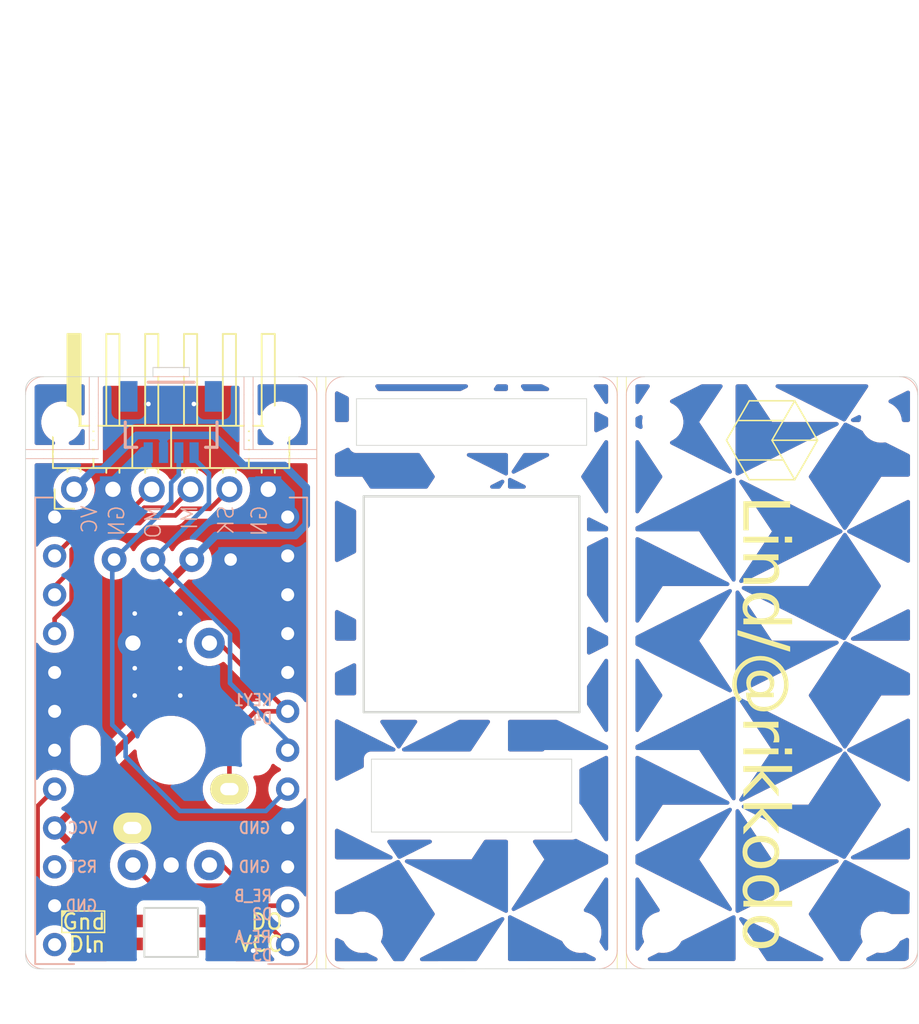
<source format=kicad_pcb>
(kicad_pcb (version 20241229) (generator "pcbnew") (generator_version "9.0")
  (layers (0 "F.Cu" signal) (2 "B.Cu" signal) (13 "F.Paste" user) (15 "B.Paste" user) (5 "F.SilkS" user "F.Silkscreen") (7 "B.SilkS" user "B.Silkscreen") (1 "F.Mask" user) (3 "B.Mask" user) (25 "Edge.Cuts" user))
  (net 0 "")
  (net 1 "SCL")
  (net 2 "SDA")
  (net 3 "LED")
  (net 4 "GND")
  (net 5 "VCC")
  (net 6 "KEY1")
  (net 11 "SCLK")
  (net 12 "MISO")
  (net 13 "MOSI")
  (net 14 "RE_B")
  (net 15 "RE_A")
  (footprint "Rikkodo_FootPrint:rkd_cutdot_no_edgecut_1" (layer "F.Cu") (at 78.283884 58.340576 -90)
    (property "Reference" "REF**" (hide yes))
    (property "Value" "rkd_cutdot_no_edgecut_1" (hide yes))
  )
  (footprint "Connector_PinHeader_2.54mm:PinHeader_1x06_P2.54mm_Horizontal" (layer "F.Cu") (at 76.99375 61.535 90)
    (property "Reference" "J1" (hide yes))
    (property "Value" "Conn_01x06")
  )
  (footprint "kbd_Hole:m2_Screw_Hole" (layer "F.Cu") (at 95.845134 90.476307 180)
    (property "Reference" "Ref**")
    (property "Value" "Val**")
  )
  (footprint "Rikkodo_FootPrint:rkd_cutdot_no_edgecut_1" (layer "F.Cu") (at 74.414 59.233544 180)
    (property "Reference" "REF**" (hide yes))
    (property "Value" "rkd_cutdot_no_edgecut_1" (hide yes))
  )
  (footprint "Rikkodo_FootPrint:rkd_cutdot_no_edgecut_1" (layer "F.Cu") (at 88.403832 55.959328 -90)
    (property "Reference" "REF**" (hide yes))
    (property "Value" "rkd_cutdot_no_edgecut_1" (hide yes))
  )
  (footprint "BrownSugar_KBD:OLED_center_display" (layer "F.Cu") (at 83.423125 47.625)
    (property "Reference" "OL1")
    (property "Value" "OLED")
  )
  (footprint "kbd_Hole:m2_Screw_Hole" (layer "F.Cu") (at 129.778064 90.476307 180)
    (property "Reference" "Ref**")
    (property "Value" "Val**")
  )
  (footprint "Rikkodo_FootPrint:rkd_KeyHall_3ox15" (layer "F.Cu") (at 102.988884 57.138807)
    (property "Reference" "LED3" (hide yes))
    (property "Value" "LED_SK6812MINI-E" (hide yes))
    (fp_line (start -7.525 1.525) (end -7.525 -1.525) (stroke (width 0.05)) (layer "Edge.Cuts"))
    (fp_line (start 7.525 -1.525) (end -7.525 -1.525) (stroke (width 0.05)) (layer "Edge.Cuts"))
    (fp_line (start 7.525 -1.525) (end 7.525 1.525) (stroke (width 0.05)) (layer "Edge.Cuts"))
    (fp_line (start 7.525 1.525) (end -7.525 1.525) (stroke (width 0.05)) (layer "Edge.Cuts"))
  )
  (footprint "Rikkodo_FootPrint:rkd_cutdot" (layer "F.Cu") (at 83.34375 53.875736)
    (property "Reference" "REF**" (hide yes))
    (property "Value" "rkd_cutdot" (hide yes))
    (fp_line (start -1.190628 0.297656) (end -1.190768 -0.297479) (stroke (width 0.05)) (layer "Edge.Cuts"))
    (fp_line (start 1.190624 0.297656) (end 1.190482 -0.297479) (stroke (width 0.05)) (layer "Edge.Cuts"))
  )
  (footprint "kbd_Hole:m2_Screw_Hole" (layer "F.Cu") (at 129.778076 57.1386 180)
    (property "Reference" "Ref**")
    (property "Value" "Val**")
  )
  (footprint "Rikkodo_FootPrint:rkd_cutdot_no_edgecut_1" (layer "F.Cu") (at 92.273718 59.233544 180)
    (property "Reference" "REF**" (hide yes))
    (property "Value" "rkd_cutdot_no_edgecut_1" (hide yes))
  )
  (footprint "Rikkodo_FootPrint:rkd_cutdot_no_edgecut_1" (layer "F.Cu") (at 88.403832 54.768704 -90)
    (property "Reference" "REF**" (hide yes))
    (property "Value" "rkd_cutdot_no_edgecut_1" (hide yes))
  )
  (footprint "Rikkodo_FootPrint:rkd_cutdot_no_edgecut_1" (layer "F.Cu") (at 78.283884 57.149952 -90)
    (property "Reference" "REF**" (hide yes))
    (property "Value" "rkd_cutdot_no_edgecut_1" (hide yes))
  )
  (footprint "Rikkodo_FootPrint:rkd_cutdot_no_edgecut_1" (layer "F.Cu") (at 89.89247 59.233544 180)
    (property "Reference" "REF**" (hide yes))
    (property "Value" "rkd_cutdot_no_edgecut_1" (hide yes))
  )
  (footprint "BrownSugar_KBD:RotaryEncoder_EC11-Switch" (layer "F.Cu") (at 83.34375 78.58125)
    (property "Reference" "SW1" (hide yes))
    (property "Value" "RotaryEncoder_Switch")
  )
  (footprint "Rikkodo_FootPrint:rkd_cutdot_no_edgecut_1" (layer "F.Cu") (at 76.795248 59.233544 180)
    (property "Reference" "REF**" (hide yes))
    (property "Value" "rkd_cutdot_no_edgecut_1" (hide yes))
  )
  (footprint "kbd_Hole:m2_Screw_Hole" (layer "F.Cu") (at 76.199936 57.149952 90)
    (property "Reference" "Ref**")
    (property "Value" "Val**")
  )
  (footprint "Rikkodo_FootPrint:rkd_LOGO" (layer "F.Cu") (at 122.63418 58.329441 -90)
    (property "Reference" "REF**" (hide yes))
    (property "Value" "rkd_LOGO" (hide yes))
  )
  (footprint "kbd_Hole:m2_Screw_Hole" (layer "F.Cu") (at 90.4875 57.15 90)
    (property "Reference" "Ref**")
    (property "Value" "Val**" (hide yes))
  )
  (footprint "kbd_SW:CherryMX_Solder_1u" (layer "F.Cu") (at 83.34375 78.58125 180)
    (property "Reference" "SW2" (hide yes))
    (property "Value" "SW_Push" (hide yes))
  )
  (footprint "Rikkodo_FootPrint:rkd_cutdot_no_edgecut_1" (layer "F.Cu") (at 78.283884 55.959328 -90)
    (property "Reference" "REF**" (hide yes))
    (property "Value" "rkd_cutdot_no_edgecut_1" (hide yes))
  )
  (footprint "Rikkodo_FootPrint:rkd_cutdot_no_edgecut_1" (layer "F.Cu") (at 78.283884 54.768704 -90)
    (property "Reference" "REF**" (hide yes))
    (property "Value" "rkd_cutdot_no_edgecut_1" (hide yes))
  )
  (footprint "Rikkodo_FootPrint:rkd_cutdot_no_edgecut_1" (layer "F.Cu") (at 77.985872 59.233544 180)
    (property "Reference" "REF**" (hide yes))
    (property "Value" "rkd_cutdot_no_edgecut_1" (hide yes))
  )
  (footprint "kbd_Hole:m2_Screw_Hole" (layer "F.Cu") (at 115.490564 90.476307 180)
    (property "Reference" "Ref**")
    (property "Value" "Val**")
  )
  (footprint "Rikkodo_FootPrint:rkd_cutdot_no_edgecut_1" (layer "F.Cu") (at 75.604624 59.233544 180)
    (property "Reference" "REF**" (hide yes))
    (property "Value" "rkd_cutdot_no_edgecut_1" (hide yes))
  )
  (footprint "kbd_Hole:m2_Screw_Hole" (layer "F.Cu") (at 115.490576 57.1386 180)
    (property "Reference" "Ref**")
    (property "Value" "Val**")
  )
  (footprint "kbd_SW_Hole:SW_Hole_1u" (layer "F.Cu") (at 102.988991 69.04486 90)
    (property "Reference" "SW99" (hide yes))
    (property "Value" "KEY_SWITCH" (hide yes))
    (fp_line (start 7.05 -7.05) (end 7.05 7.05) (stroke (width 0.15)) (layer "Edge.Cuts"))
    (fp_line (start -7.05 -7.05) (end 7.05 -7.05) (stroke (width 0.15)) (layer "Edge.Cuts"))
    (fp_line (start 7.05 7.05) (end -7.05 7.05) (stroke (width 0.15)) (layer "Edge.Cuts"))
    (fp_line (start -7.05 7.05) (end -7.05 -7.05) (stroke (width 0.15)) (layer "Edge.Cuts"))
  )
  (footprint "kbd_Hole:m2_Screw_Hole" (layer "F.Cu") (at 110.132634 90.476307 180)
    (property "Reference" "Ref**")
    (property "Value" "Val**")
  )
  (footprint "Rikkodo_FootPrint:rkd_cutdot_no_edgecut_1" (layer "F.Cu") (at 88.701846 59.233544 180)
    (property "Reference" "REF**" (hide yes))
    (property "Value" "rkd_cutdot_no_edgecut_1" (hide yes))
  )
  (footprint "Rikkodo_FootPrint:rkd_cutdot_no_edgecut_1" (layer "F.Cu") (at 88.403832 58.340576 -90)
    (property "Reference" "REF**" (hide yes))
    (property "Value" "rkd_cutdot_no_edgecut_1" (hide yes))
  )
  (footprint "Rikkodo_FootPrint:rkd_cutdot_no_edgecut_1" (layer "F.Cu") (at 91.083094 59.233544 180)
    (property "Reference" "REF**" (hide yes))
    (property "Value" "rkd_cutdot_no_edgecut_1" (hide yes))
  )
  (footprint "Rikkodo_FootPrint:rkd_cutdot_no_edgecut_1" (layer "F.Cu") (at 88.403832 57.149952 -90)
    (property "Reference" "REF**" (hide yes))
    (property "Value" "rkd_cutdot_no_edgecut_1" (hide yes))
  )
  (footprint "SparkFun-Connector:JST_SMD_1.0mm-4_Black" (layer "B.Cu") (at 83.34375 59.138952)
    (property "Reference" "J3")
    (property "Value" "Qwiic_RA")
  )
  (footprint "kbd_Parts:LED_SK6812MINI-E_UG" (layer "B.Cu") (at 83.34375 90.4875 180)
    (property "Reference" "LED1" (hide yes))
    (property "Value" "LED_SK6812MINI-E")
    (fp_line (start 1.75 1.6) (end 1.75 -1.6) (stroke (width 0.12)) (layer "Edge.Cuts"))
    (fp_line (start 1.75 -1.6) (end -1.75 -1.6) (stroke (width 0.12)) (layer "Edge.Cuts"))
    (fp_line (start -1.75 1.6) (end 1.75 1.6) (stroke (width 0.12)) (layer "Edge.Cuts"))
    (fp_line (start -1.75 -1.6) (end -1.75 1.6) (stroke (width 0.12)) (layer "Edge.Cuts"))
  )
  (footprint "BrownSugar_KBD:ProMicro_r" (layer "B.Cu") (at 83.34375 78.58125)
    (property "Reference" "U1" (hide yes))
    (property "Value" "ProMicro" (hide yes))
  )
  (gr_line (start 93.463983 54.173392) (end 93.463984 92.868672) (stroke (width 0.05)) (layer "F.SilkS"))
  (gr_line (start 113.10928 54.173392) (end 113.109281 92.868672) (stroke (width 0.05)) (layer "F.SilkS"))
  (gr_line (start 92.868671 54.173392) (end 92.868672 92.868672) (stroke (width 0.05)) (layer "F.SilkS"))
  (gr_line (start 112.513968 54.173392) (end 112.513969 92.868672) (stroke (width 0.05)) (layer "F.SilkS"))
  (gr_line (start 113.109192 55.364236) (end 113.109193 91.678268) (stroke (width 0.05)) (layer "B.SilkS"))
  (gr_arc (start 92.86875 91.678125) (mid 92.520017 92.520017) (end 91.678125 92.86875) (stroke (width 0.05)) (layer "B.SilkS"))
  (gr_arc (start 91.678048 54.173392) (mid 92.519945 54.52213) (end 92.868673 55.364017) (stroke (width 0.05)) (layer "B.SilkS"))
  (gr_arc (start 130.968639 54.173391) (mid 131.810546 54.522109) (end 132.159264 55.364016) (stroke (width 0.05)) (layer "B.SilkS"))
  (gr_arc (start 75.009375 92.86875) (mid 74.167468 92.520032) (end 73.81875 91.678125) (stroke (width 0.05)) (layer "B.SilkS"))
  (gr_arc (start 93.463984 55.364016) (mid 93.812702 54.522109) (end 94.654609 54.173391) (stroke (width 0.05)) (layer "B.SilkS"))
  (gr_arc (start 113.109192 55.364236) (mid 113.457966 54.52241) (end 114.299817 54.173611) (stroke (width 0.05)) (layer "B.SilkS"))
  (gr_arc (start 132.159327 91.666754) (mid 131.810609 92.508661) (end 130.968702 92.857379) (stroke (width 0.05)) (layer "B.SilkS"))
  (gr_arc (start 114.299938 92.857379) (mid 113.458038 92.508662) (end 113.109313 91.666754) (stroke (width 0.05)) (layer "B.SilkS"))
  (gr_arc (start 112.513998 91.666754) (mid 112.165265 92.508657) (end 111.323373 92.857379) (stroke (width 0.05)) (layer "B.SilkS"))
  (gr_line (start 112.513875 55.364016) (end 112.513876 91.678048) (stroke (width 0.05)) (layer "B.SilkS"))
  (gr_arc (start 94.654608 92.868622) (mid 93.812775 92.519941) (end 93.464034 91.678132) (stroke (width 0.05)) (layer "B.SilkS"))
  (gr_line (start 93.464033 55.3641) (end 93.464034 91.678132) (stroke (width 0.05)) (layer "B.SilkS"))
  (gr_line (start 92.868673 55.364017) (end 92.868674 91.678049) (stroke (width 0.05)) (layer "B.SilkS"))
  (gr_arc (start 111.323252 54.173611) (mid 112.165214 54.522295) (end 112.513877 55.364236) (stroke (width 0.05)) (layer "B.SilkS"))
  (gr_arc (start 73.818687 55.364017) (mid 74.167405 54.52211) (end 75.009312 54.173392) (stroke (width 0.05)) (layer "B.SilkS"))
  (gr_line (start 111.323373 92.857379) (end 114.2999 92.857379) (stroke (width 0.05)) (layer "Edge.Cuts"))
  (gr_line (start 96.4405 79.165271) (end 109.537375 79.165271) (stroke (width 0.05)) (layer "Edge.Cuts"))
  (gr_line (start 111.323252 54.173611) (end 94.654609 54.173391) (stroke (width 0.05)) (layer "Edge.Cuts"))
  (gr_line (start 114.293274 54.173392) (end 111.3234 54.173611) (stroke (width 0.05)) (layer "Edge.Cuts"))
  (gr_line (start 91.6781 92.86875) (end 74.711718 92.868428) (stroke (width 0.05)) (layer "Edge.Cuts"))
  (gr_line (start 96.4405 83.927771) (end 96.4405 79.165271) (stroke (width 0.05)) (layer "Edge.Cuts"))
  (gr_line (start 84.534373 53.578079) (end 82.152982 53.578257) (stroke (width 0.05)) (layer "Edge.Cuts"))
  (gr_line (start 109.537375 83.927771) (end 109.537375 79.165271) (stroke (width 0.05)) (layer "Edge.Cuts"))
  (gr_arc (start 73.818688 55.06636) (mid 74.080232 54.434936) (end 74.711656 54.173392) (stroke (width 0.05)) (layer "Edge.Cuts"))
  (gr_line (start 132.159326 91.9644) (end 132.159264 55.057536) (stroke (width 0.05)) (layer "Edge.Cuts"))
  (gr_line (start 91.678048 54.173393) (end 84.534374 54.173392) (stroke (width 0.05)) (layer "Edge.Cuts"))
  (gr_line (start 114.299938 92.857379) (end 131.266358 92.857379) (stroke (width 0.05)) (layer "Edge.Cuts"))
  (gr_arc (start 131.266296 54.173392) (mid 131.89772 54.434936) (end 132.159264 55.06636) (stroke (width 0.05)) (layer "Edge.Cuts"))
  (gr_line (start 91.678048 54.173393) (end 94.654608 54.173392) (stroke (width 0.05)) (layer "Edge.Cuts"))
  (gr_line (start 73.818688 55.06636) (end 73.818751 91.975802) (stroke (width 0.05)) (layer "Edge.Cuts"))
  (gr_line (start 91.6781 92.869914) (end 94.6545 92.868672) (stroke (width 0.05)) (layer "Edge.Cuts"))
  (gr_arc (start 132.159326 91.964411) (mid 131.897782 92.595835) (end 131.266358 92.857379) (stroke (width 0.05)) (layer "Edge.Cuts"))
  (gr_line (start 94.6545 92.868672) (end 111.323373 92.857297) (stroke (width 0.05)) (layer "Edge.Cuts"))
  (gr_arc (start 74.711718 92.868749) (mid 74.080294 92.607205) (end 73.81875 91.975781) (stroke (width 0.05)) (layer "Edge.Cuts"))
  (gr_line (start 96.4405 83.927771) (end 109.537375 83.927771) (stroke (width 0.05)) (layer "Edge.Cuts"))
  (gr_line (start 82.153122 54.173392) (end 74.711656 54.173389) (stroke (width 0.05)) (layer "Edge.Cuts"))
  (gr_line (start 114.293274 54.173392) (end 131.266296 54.173615) (stroke (width 0.05)) (layer "Edge.Cuts"))
  (gr_text "Lind/@rikkodo" (at 120.25293 61.901316 270) (layer "F.SilkS") (effects (font (size 3 3) (thickness 0.1)) (justify left bottom)))
  (gr_text "D2\n" (at 89.29665 89.2968 0) (layer "B.SilkS") (effects (font (size 0.75 0.67) (thickness 0.125)) (justify mirror)))
  (gr_text "GN" (at 80.367255 62.507865 90) (layer "B.SilkS") (effects (font (size 1 1) (thickness 0.1)) (justify left bottom mirror)))
  (gr_text "GN" (at 89.69375 62.507865 90) (layer "B.SilkS") (effects (font (size 1 1) (thickness 0.1)) (justify left bottom mirror)))
  (gr_text "KEY1" (at 88.701637 75.306968 0) (layer "B.SilkS") (effects (font (size 0.75 0.67) (thickness 0.125)) (justify mirror)))
  (gr_text "RE_B\n\n" (at 88.701488 88.701488 0) (layer "B.SilkS") (effects (font (size 0.75 0.67) (thickness 0.125)) (justify mirror)))
  (gr_text "MO" (at 82.748507 62.507865 90) (layer "B.SilkS") (effects (font (size 1 1) (thickness 0.1)) (justify left bottom mirror)))
  (gr_text "RE_A" (at 88.701638 90.78508 0) (layer "B.SilkS") (effects (font (size 0.75 0.67) (thickness 0.125)) (justify mirror)))
  (gr_text "D4" (at 89.2968 76.497592 0) (layer "B.SilkS") (effects (font (size 0.75 0.67) (thickness 0.125)) (justify mirror)))
  (gr_text "D3" (at 89.29695 91.975706 0) (layer "B.SilkS") (effects (font (size 0.75 0.67) (thickness 0.125)) (justify mirror)))
  (gr_text "VC" (at 78.581316 62.507865 90) (layer "B.SilkS") (effects (font (size 1 1) (thickness 0.1)) (justify left bottom mirror)))
  (gr_text "SK" (at 87.511011 62.507865 90) (layer "B.SilkS") (effects (font (size 1 1) (thickness 0.1)) (justify left bottom mirror)))
  (gr_text "MI" (at 85.129759 62.507865 90) (layer "B.SilkS") (effects (font (size 1 1) (thickness 0.1)) (justify left bottom mirror)))
  (segment (start 82.298103 66.125) (end 87.19475 71.021647) (width 0.3) (layer "B.Cu") (net 1))
  (segment (start 82.153125 66.125) (end 82.298103 66.125) (width 0.3) (layer "B.Cu") (net 1))
  (segment (start 84.84375 59.53125) (end 85.81475 60.50225) (width 0.3) (layer "B.Cu") (net 1))
  (segment (start 85.81475 60.50225) (end 85.81475 62.463375) (width 0.3) (layer "B.Cu") (net 1))
  (segment (start 87.19475 74.200937) (end 87.19475 71.021647) (width 0.3) (layer "B.Cu") (net 1))
  (segment (start 85.81475 62.463375) (end 82.153125 66.125) (width 0.3) (layer "B.Cu") (net 1))
  (segment (start 87.19475 74.200937) (end 90.96375 77.969937) (width 0.3) (layer "B.Cu") (net 1))
  (segment (start 90.96375 77.969937) (end 90.96375 78.58125) (width 0.3) (layer "B.Cu") (net 1))
  (segment (start 83.34382 62.394305) (end 79.613125 66.125) (width 0.3) (layer "B.Cu") (net 2))
  (segment (start 83.34382 61.106459) (end 83.34382 62.394305) (width 0.3) (layer "B.Cu") (net 2))
  (segment (start 83.84375 60.606529) (end 83.34382 61.106459) (width 0.3) (layer "B.Cu") (net 2))
  (segment (start 83.915223 82.54825) (end 89.53675 82.54825) (width 0.3) (layer "B.Cu") (net 2))
  (segment (start 80.367255 79.000282) (end 83.915223 82.54825) (width 0.3) (layer "B.Cu") (net 2))
  (segment (start 79.49275 76.928284) (end 80.367255 77.802789) (width 0.3) (layer "B.Cu") (net 2))
  (segment (start 79.49275 66.245375) (end 79.49275 76.928284) (width 0.3) (layer "B.Cu") (net 2))
  (segment (start 83.84375 59.53125) (end 83.84375 60.606529) (width 0.3) (layer "B.Cu") (net 2))
  (segment (start 80.367255 77.802789) (end 80.367255 79.000282) (width 0.3) (layer "B.Cu") (net 2))
  (segment (start 89.53675 82.54825) (end 90.96375 81.12125) (width 0.3) (layer "B.Cu") (net 2))
  (segment (start 79.613125 66.125) (end 79.49275 66.245375) (width 0.3) (layer "B.Cu") (net 2))
  (segment (start 74.61075 89.20227) (end 75.26273 89.85425) (width 0.3) (layer "F.Cu") (net 3))
  (segment (start 75.26273 89.85425) (end 77.948 89.85425) (width 0.3) (layer "F.Cu") (net 3))
  (segment (start 75.72375 81.12125) (end 74.61075 82.23425) (width 0.3) (layer "F.Cu") (net 3))
  (segment (start 79.33125 91.2375) (end 80.74375 91.2375) (width 0.3) (layer "F.Cu") (net 3))
  (segment (start 74.61075 82.23425) (end 74.61075 89.20227) (width 0.3) (layer "F.Cu") (net 3))
  (segment (start 77.948 89.85425) (end 79.33125 91.2375) (width 0.3) (layer "F.Cu") (net 3))
  (via (at 88.701637 91.678202) (size 0.6) (drill 0.3) (layers "F.Cu" "B.Cu") (net 4))
  (via (at 80.962568 69.651621) (size 0.6) (drill 0.3) (layers "F.Cu" "B.Cu") (net 4))
  (via (at 83.938992 73.223376) (size 0.6) (drill 0.3) (layers "F.Cu" "B.Cu") (net 4))
  (via (at 83.938992 71.43744) (size 0.6) (drill 0.3) (layers "F.Cu" "B.Cu") (net 4))
  (via (at 81.8554 55.959328) (size 0.6) (drill 0.3) (layers "F.Cu" "B.Cu") (net 4))
  (via (at 80.962568 73.223499) (size 0.6) (drill 0.3) (layers "F.Cu" "B.Cu") (net 4))
  (via (at 84.83196 55.959328) (size 0.6) (drill 0.3) (layers "F.Cu" "B.Cu") (net 4))
  (via (at 80.962432 75.009312) (size 0.6) (drill 0.3) (layers "F.Cu" "B.Cu") (net 4))
  (via (at 77.986003 91.678125) (size 0.6) (drill 0.3) (layers "F.Cu" "B.Cu") (net 4))
  (via (at 83.939133 69.651621) (size 0.6) (drill 0.3) (layers "F.Cu" "B.Cu") (net 4))
  (via (at 83.939133 75.009438) (size 0.6) (drill 0.3) (layers "F.Cu" "B.Cu") (net 4))
  (segment (start 80.09575 88.03325) (end 86.865808 88.03325) (width 0.5) (layer "F.Cu") (net 5))
  (segment (start 87.35625 91.2375) (end 85.94375 91.2375) (width 0.5) (layer "F.Cu") (net 5))
  (segment (start 84.693125 66.125) (end 82.307802 68.510323) (width 0.5) (layer "F.Cu") (net 5))
  (segment (start 79.19475 79.193302) (end 79.19475 80.19025) (width 0.5) (layer "F.Cu") (net 5))
  (segment (start 88.10625 89.273692) (end 88.10625 90.4875) (width 0.5) (layer "F.Cu") (net 5))
  (segment (start 79.19475 80.19025) (end 75.72375 83.66125) (width 0.5) (layer "F.Cu") (net 5))
  (segment (start 75.72375 83.66125) (end 80.09575 88.03325) (width 0.5) (layer "F.Cu") (net 5))
  (segment (start 86.865808 88.03325) (end 88.10625 89.273692) (width 0.5) (layer "F.Cu") (net 5))
  (segment (start 88.10625 90.4875) (end 87.35625 91.2375) (width 0.5) (layer "F.Cu") (net 5))
  (segment (start 82.307802 76.08025) (end 79.19475 79.193302) (width 0.5) (layer "F.Cu") (net 5))
  (segment (start 82.307802 68.510323) (end 82.307802 76.08025) (width 0.5) (layer "F.Cu") (net 5))
  (segment (start 84.693125 66.125) (end 86.263875 64.55425) (width 0.5) (layer "B.Cu") (net 5))
  (segment (start 82.84375 59.138952) (end 82.84375 58.261952) (width 0.5) (layer "B.Cu") (net 5))
  (segment (start 78.29475 60.234) (end 78.871702 60.234) (width 0.5) (layer "B.Cu") (net 5))
  (segment (start 78.871702 60.234) (end 81.09275 58.012952) (width 0.5) (layer "B.Cu") (net 5))
  (segment (start 77.639574 61.535) (end 76.99375 61.535) (width 0.5) (layer "B.Cu") (net 5))
  (segment (start 81.09275 58.012952) (end 82.59475 58.012952) (width 0.5) (layer "B.Cu") (net 5))
  (segment (start 76.99375 61.535) (end 78.29475 60.234) (width 0.5) (layer "B.Cu") (net 5))
  (segment (start 83.09275 58.012952) (end 86.12211 58.012952) (width 0.5) (layer "B.Cu") (net 5))
  (segment (start 88.093346 59.984188) (end 90.744938 59.984188) (width 0.5) (layer "B.Cu") (net 5))
  (segment (start 82.84375 58.261952) (end 83.09275 58.012952) (width 0.5) (layer "B.Cu") (net 5))
  (segment (start 82.84375 59.53125) (end 82.84375 58.65425) (width 0.5) (layer "B.Cu") (net 5))
  (segment (start 86.12211 58.012952) (end 88.093346 59.984188) (width 0.5) (layer "B.Cu") (net 5))
  (segment (start 86.263875 64.55425) (end 91.466192 64.55425) (width 0.5) (layer "B.Cu") (net 5))
  (segment (start 91.466192 64.55425) (end 92.17675 63.843692) (width 0.5) (layer "B.Cu") (net 5))
  (segment (start 92.17675 63.843692) (end 92.17675 61.416) (width 0.5) (layer "B.Cu") (net 5))
  (segment (start 82.59475 58.012952) (end 82.84375 58.261952) (width 0.5) (layer "B.Cu") (net 5))
  (segment (start 81.09275 58.012952) (end 86.12211 58.012952) (width 0.5) (layer "B.Cu") (net 5))
  (segment (start 92.17675 61.416) (end 90.744938 59.984188) (width 0.5) (layer "B.Cu") (net 5))
  (segment (start 90.96375 76.04125) (end 86.50375 71.58125) (width 0.3) (layer "F.Cu") (net 6))
  (segment (start 87.15375 81.12125) (end 87.15375 77.739937) (width 0.3) (layer "F.Cu") (net 6))
  (segment (start 86.50375 71.58125) (end 85.84375 71.58125) (width 0.3) (layer "F.Cu") (net 6))
  (segment (start 87.15375 77.739937) (end 88.852437 76.04125) (width 0.3) (layer "F.Cu") (net 6))
  (segment (start 88.852437 76.04125) (end 90.96375 76.04125) (width 0.3) (layer "F.Cu") (net 6))
  (segment (start 81.788792 63.237) (end 83.620271 63.237) (width 0.3) (layer "F.Cu") (net 11))
  (segment (start 75.72375 69.99527) (end 76.83675 68.88227) (width 0.3) (layer "F.Cu") (net 11))
  (segment (start 77.33775 66.975025) (end 77.33775 65.68429) (width 0.3) (layer "F.Cu") (net 11))
  (segment (start 75.72375 70.96125) (end 75.72375 69.99527) (width 0.3) (layer "F.Cu") (net 11))
  (segment (start 83.620271 63.237) (end 84.051854 62.805416) (width 0.3) (layer "F.Cu") (net 11))
  (segment (start 84.051854 62.805416) (end 85.883334 62.805416) (width 0.3) (layer "F.Cu") (net 11))
  (segment (start 81.287791 63.738) (end 81.788792 63.237) (width 0.3) (layer "F.Cu") (net 11))
  (segment (start 76.83675 67.476025) (end 77.33775 66.975025) (width 0.3) (layer "F.Cu") (net 11))
  (segment (start 76.83675 68.88227) (end 76.83675 67.476025) (width 0.3) (layer "F.Cu") (net 11))
  (segment (start 85.883334 62.805416) (end 87.15375 61.535) (width 0.3) (layer "F.Cu") (net 11))
  (segment (start 79.28404 63.738) (end 81.287791 63.738) (width 0.3) (layer "F.Cu") (net 11))
  (segment (start 77.33775 65.68429) (end 79.28404 63.738) (width 0.3) (layer "F.Cu") (net 11))
  (segment (start 76.83675 66.767505) (end 76.83675 65.47677) (width 0.3) (layer "F.Cu") (net 12))
  (segment (start 76.83675 65.47677) (end 79.07652 63.237) (width 0.3) (layer "F.Cu") (net 12))
  (segment (start 75.72375 68.42125) (end 75.72375 67.880505) (width 0.3) (layer "F.Cu") (net 12))
  (segment (start 79.07652 63.237) (end 81.08027 63.237) (width 0.3) (layer "F.Cu") (net 12))
  (segment (start 81.08027 63.237) (end 81.581271 62.736) (width 0.3) (layer "F.Cu") (net 12))
  (segment (start 81.581271 62.736) (end 83.41275 62.736) (width 0.3) (layer "F.Cu") (net 12))
  (segment (start 75.72375 67.880505) (end 76.83675 66.767505) (width 0.3) (layer "F.Cu") (net 12))
  (segment (start 83.41275 62.736) (end 84.61375 61.535) (width 0.3) (layer "F.Cu") (net 12))
  (segment (start 75.72375 65.88125) (end 78.869 62.736) (width 0.3) (layer "F.Cu") (net 13))
  (segment (start 80.87275 62.736) (end 82.07375 61.535) (width 0.3) (layer "F.Cu") (net 13))
  (segment (start 78.869 62.736) (end 80.87275 62.736) (width 0.3) (layer "F.Cu") (net 13))
  (segment (start 85.84375 86.08125) (end 86.676563 86.08125) (width 0.3) (layer "F.Cu") (net 14))
  (segment (start 86.676563 86.08125) (end 89.336563 88.74125) (width 0.3) (layer "F.Cu") (net 14))
  (segment (start 90.96375 88.582498) (end 90.96375 88.74125) (width 0.25) (layer "F.Cu") (net 14))
  (segment (start 89.336563 88.74125) (end 90.96375 88.74125) (width 0.3) (layer "F.Cu") (net 14))
  (segment (start 82.19475 87.43225) (end 80.84375 86.08125) (width 0.3) (layer "F.Cu") (net 15))
  (segment (start 87.11475 87.43225) (end 82.19475 87.43225) (width 0.3) (layer "F.Cu") (net 15))
  (segment (start 90.96375 91.28125) (end 87.11475 87.43225) (width 0.3) (layer "F.Cu") (net 15))
  (zone (net 0) (net_name "") (layers "F.Cu" "B.Cu") (name "deco") (connect_pads (clearance 0)) (min_thickness 0.25)
    (keepout (tracks allowed) (vias allowed) (pads allowed) (copperpour not_allowed) (footprints allowed))
    (fill (thermal_gap 0.5) (thermal_bridge_width 0.5))
    (polygon (pts (xy 120.253293 82.141926) (xy 122.634543 85.713801) (xy 127.397043 85.713801)))
  )
  (zone (net 0) (net_name "") (layers "F.Cu" "B.Cu") (name "deco") (connect_pads (clearance 0)) (min_thickness 0.25)
    (keepout (tracks allowed) (vias allowed) (pads allowed) (copperpour not_allowed) (footprints allowed))
    (fill (thermal_gap 0.5) (thermal_bridge_width 0.5))
    (polygon (pts (xy 105.370233 67.854256) (xy 107.751483 71.426131) (xy 105.370233 74.998006)))
  )
  (zone (net 0) (net_name "") (layers "F.Cu" "B.Cu") (name "deco") (connect_pads (clearance 0)) (min_thickness 0.25)
    (keepout (tracks allowed) (vias allowed) (pads allowed) (copperpour not_allowed) (footprints allowed))
    (fill (thermal_gap 0.5) (thermal_bridge_width 0.5))
    (polygon (pts (xy 120.253293 53.566926) (xy 122.634543 57.138801) (xy 127.397043 57.138801)))
  )
  (zone (net 0) (net_name "") (layers "F.Cu" "B.Cu") (name "deco") (connect_pads (clearance 0)) (min_thickness 0.25)
    (keepout (tracks allowed) (vias allowed) (pads allowed) (copperpour not_allowed) (footprints allowed))
    (fill (thermal_gap 0.5) (thermal_bridge_width 0.5))
    (polygon (pts (xy 105.370233 82.141756) (xy 107.751483 78.569881) (xy 112.513983 78.569881)))
  )
  (zone (net 0) (net_name "") (layers "F.Cu" "B.Cu") (name "deco") (connect_pads (clearance 0)) (min_thickness 0.25)
    (keepout (tracks allowed) (vias allowed) (pads allowed) (copperpour not_allowed) (footprints allowed))
    (fill (thermal_gap 0.5) (thermal_bridge_width 0.5))
    (polygon (pts (xy 110.132733 82.141756) (xy 112.513983 85.713631) (xy 105.370233 82.141756)))
  )
  (zone (net 0) (net_name "") (layers "F.Cu" "B.Cu") (name "deco") (connect_pads (clearance 0)) (min_thickness 0.25)
    (keepout (tracks allowed) (vias allowed) (pads allowed) (copperpour not_allowed) (footprints allowed))
    (fill (thermal_gap 0.5) (thermal_bridge_width 0.5))
    (polygon (pts (xy 93.464417 59.5195) (xy 93.464202 57.138424) (xy 98.226702 57.138424)))
  )
  (zone (net 0) (net_name "") (layers "F.Cu" "B.Cu") (name "deco") (connect_pads (clearance 0)) (min_thickness 0.25)
    (keepout (tracks allowed) (vias allowed) (pads allowed) (copperpour not_allowed) (footprints allowed))
    (fill (thermal_gap 0.5) (thermal_bridge_width 0.5))
    (polygon (pts (xy 120.253293 67.854426) (xy 122.634543 64.282551) (xy 120.253293 60.710676)))
  )
  (zone (net 0) (net_name "") (layers "F.Cu" "B.Cu") (name "deco") (connect_pads (clearance 0)) (min_thickness 0.25)
    (keepout (tracks allowed) (vias allowed) (pads allowed) (copperpour not_allowed) (footprints allowed))
    (fill (thermal_gap 0.5) (thermal_bridge_width 0.5))
    (polygon (pts (xy 132.159544 74.998175) (xy 129.778293 74.998175) (xy 127.397043 78.57005) (xy 132.159328 76.188628)))
  )
  (zone (net 0) (net_name "") (layers "F.Cu" "B.Cu") (name "deco") (connect_pads (clearance 0)) (min_thickness 0.25)
    (keepout (tracks allowed) (vias allowed) (pads allowed) (copperpour not_allowed) (footprints allowed))
    (fill (thermal_gap 0.5) (thermal_bridge_width 0.5))
    (polygon (pts (xy 100.607733 82.141756) (xy 98.226483 78.569881) (xy 105.370233 82.141756)))
  )
  (zone (net 0) (net_name "") (layers "F.Cu" "B.Cu") (name "deco") (connect_pads (clearance 0)) (min_thickness 0.25)
    (keepout (tracks allowed) (vias allowed) (pads allowed) (copperpour not_allowed) (footprints allowed))
    (fill (thermal_gap 0.5) (thermal_bridge_width 0.5))
    (polygon (pts (xy 120.253293 92.85738) (xy 122.634543 92.85755) (xy 120.253293 89.285675)))
  )
  (zone (net 0) (net_name "") (layers "F.Cu" "B.Cu") (name "deco") (connect_pads (clearance 0)) (min_thickness 0.25)
    (keepout (tracks allowed) (vias allowed) (pads allowed) (copperpour not_allowed) (footprints allowed))
    (fill (thermal_gap 0.5) (thermal_bridge_width 0.5))
    (polygon (pts (xy 132.159325 60.710469) (xy 129.778074 60.710469) (xy 127.396824 64.282344) (xy 132.159109 61.900922)))
  )
  (zone (net 0) (net_name "") (layers "F.Cu" "B.Cu") (name "deco") (connect_pads (clearance 0)) (min_thickness 0.25)
    (keepout (tracks allowed) (vias allowed) (pads allowed) (copperpour not_allowed) (footprints allowed))
    (fill (thermal_gap 0.5) (thermal_bridge_width 0.5))
    (polygon (pts (xy 120.253293 67.854426) (xy 117.872043 64.282551) (xy 113.109543 64.282551)))
  )
  (zone (net 0) (net_name "") (layers "F.Cu" "B.Cu") (name "deco") (connect_pads (clearance 0)) (min_thickness 0.25)
    (keepout (tracks allowed) (vias allowed) (pads allowed) (copperpour not_allowed) (footprints allowed))
    (fill (thermal_gap 0.5) (thermal_bridge_width 0.5))
    (polygon (pts (xy 98.226483 85.71363) (xy 95.845233 82.141755) (xy 98.226483 78.56988) (xy 93.464198 80.95095) (xy 93.464198 83.332202)))
  )
  (zone (net 0) (net_name "") (layers "F.Cu" "B.Cu") (name "deco") (connect_pads (clearance 0)) (min_thickness 0.25)
    (keepout (tracks allowed) (vias allowed) (pads allowed) (copperpour not_allowed) (footprints allowed))
    (fill (thermal_gap 0.5) (thermal_bridge_width 0.5))
    (polygon (pts (xy 98.226483 85.71363) (xy 100.607733 89.285505) (xy 98.226483 92.857379) (xy 105.370232 89.285505)))
  )
  (zone (net 0) (net_name "") (layers "F.Cu" "B.Cu") (name "deco") (connect_pads (clearance 0)) (min_thickness 0.25)
    (keepout (tracks allowed) (vias allowed) (pads allowed) (copperpour not_allowed) (footprints allowed))
    (fill (thermal_gap 0.5) (thermal_bridge_width 0.5))
    (polygon (pts (xy 98.226483 71.426131) (xy 100.607733 74.998006) (xy 98.226483 78.56988) (xy 105.370232 74.998006)))
  )
  (zone (net 0) (net_name "") (layers "F.Cu" "B.Cu") (name "deco") (connect_pads (clearance 0)) (min_thickness 0.25)
    (keepout (tracks allowed) (vias allowed) (pads allowed) (copperpour not_allowed) (footprints allowed))
    (fill (thermal_gap 0.5) (thermal_bridge_width 0.5))
    (polygon (pts (xy 125.015793 67.854426) (xy 127.397043 64.282551) (xy 120.253293 67.854426)))
  )
  (zone (net 0) (net_name "") (layers "F.Cu" "B.Cu") (name "deco") (connect_pads (clearance 0)) (min_thickness 0.25)
    (keepout (tracks allowed) (vias allowed) (pads allowed) (copperpour not_allowed) (footprints allowed))
    (fill (thermal_gap 0.5) (thermal_bridge_width 0.5))
    (polygon (pts (xy 105.370233 53.566756) (xy 102.988983 57.138631) (xy 98.226483 57.138631)))
  )
  (zone (net 0) (net_name "") (layers "F.Cu" "B.Cu") (name "deco") (connect_pads (clearance 0)) (min_thickness 0.25)
    (keepout (tracks allowed) (vias allowed) (pads allowed) (copperpour not_allowed) (footprints allowed))
    (fill (thermal_gap 0.5) (thermal_bridge_width 0.5))
    (polygon (pts (xy 120.253293 53.566926) (xy 117.872043 57.138801) (xy 120.253293 60.710676)))
  )
  (zone (net 0) (net_name "") (layers "F.Cu" "B.Cu") (name "deco") (connect_pads (clearance 0)) (min_thickness 0.25)
    (keepout (tracks allowed) (vias allowed) (pads allowed) (copperpour not_allowed) (footprints allowed))
    (fill (thermal_gap 0.5) (thermal_bridge_width 0.5))
    (polygon (pts (xy 127.397043 85.7138) (xy 129.778293 82.141925) (xy 127.397043 78.57005) (xy 132.159328 80.95112) (xy 132.159328 83.332372)))
  )
  (zone (net 0) (net_name "") (layers "F.Cu" "B.Cu") (name "deco") (connect_pads (clearance 0)) (min_thickness 0.25)
    (keepout (tracks allowed) (vias allowed) (pads allowed) (copperpour not_allowed) (footprints allowed))
    (fill (thermal_gap 0.5) (thermal_bridge_width 0.5))
    (polygon (pts (xy 105.370233 82.141756) (xy 102.988983 85.713631) (xy 98.226483 85.713631)))
  )
  (zone (net 0) (net_name "") (layers "F.Cu" "B.Cu") (name "deco") (connect_pads (clearance 0)) (min_thickness 0.25)
    (keepout (tracks allowed) (vias allowed) (pads allowed) (copperpour not_allowed) (footprints allowed))
    (fill (thermal_gap 0.5) (thermal_bridge_width 0.5))
    (polygon (pts (xy 132.159328 88.094876) (xy 132.159543 85.7138) (xy 127.397043 85.7138)))
  )
  (zone (net 0) (net_name "") (layers "F.Cu" "B.Cu") (name "deco") (connect_pads (clearance 0)) (min_thickness 0.25)
    (keepout (tracks allowed) (vias allowed) (pads allowed) (copperpour not_allowed) (footprints allowed))
    (fill (thermal_gap 0.5) (thermal_bridge_width 0.5))
    (polygon (pts (xy 115.490793 67.854426) (xy 113.109543 71.426301) (xy 120.253293 67.854426)))
  )
  (zone (net 4) (net_name "GND") (layers "F.Cu" "B.Cu") (connect_pads yes (clearance 0.5)) (min_thickness 0.25) (fill yes (thermal_gap 0.5) (thermal_bridge_width 0.5))
    (polygon (pts (xy 74.414 59.828856) (xy 78.87884 59.828856) (xy 78.87884 54.768704) (xy 87.80852 54.768704) (xy 87.80852 59.828856) (xy 92.27336 59.828856) (xy 92.27336 92.868828) (xy 74.414 92.868828)))
  )
  (zone (net 0) (net_name "") (layers "F.Cu" "B.Cu") (name "deco") (connect_pads (clearance 0)) (min_thickness 0.25)
    (keepout (tracks allowed) (vias allowed) (pads allowed) (copperpour not_allowed) (footprints allowed))
    (fill (thermal_gap 0.5) (thermal_bridge_width 0.5))
    (polygon (pts (xy 132.159328 73.807376) (xy 132.159543 71.4263) (xy 127.397043 71.4263)))
  )
  (zone (net 0) (net_name "") (layers "F.Cu" "B.Cu") (name "deco") (connect_pads (clearance 0)) (min_thickness 0.25)
    (keepout (tracks allowed) (vias allowed) (pads allowed) (copperpour not_allowed) (footprints allowed))
    (fill (thermal_gap 0.5) (thermal_bridge_width 0.5))
    (polygon (pts (xy 127.397043 71.426301) (xy 125.015793 74.998176) (xy 127.397043 78.57005) (xy 120.253294 74.998176)))
  )
  (zone (net 0) (net_name "") (layers "F.Cu" "B.Cu") (name "deco") (connect_pads (clearance 0)) (min_thickness 0.25)
    (keepout (tracks allowed) (vias allowed) (pads allowed) (copperpour not_allowed) (footprints allowed))
    (fill (thermal_gap 0.5) (thermal_bridge_width 0.5))
    (polygon (pts (xy 120.253293 67.854426) (xy 122.634543 71.426301) (xy 127.397043 71.426301)))
  )
  (zone (net 0) (net_name "") (layers "F.Cu" "B.Cu") (name "deco") (connect_pads (clearance 0)) (min_thickness 0.25)
    (keepout (tracks allowed) (vias allowed) (pads allowed) (copperpour not_allowed) (footprints allowed))
    (fill (thermal_gap 0.5) (thermal_bridge_width 0.5))
    (polygon (pts (xy 120.253293 82.141926) (xy 117.872043 85.713801) (xy 120.253293 89.285676)))
  )
  (zone (net 0) (net_name "") (layers "F.Cu" "B.Cu") (name "deco") (connect_pads (clearance 0)) (min_thickness 0.25)
    (keepout (tracks allowed) (vias allowed) (pads allowed) (copperpour not_allowed) (footprints allowed))
    (fill (thermal_gap 0.5) (thermal_bridge_width 0.5))
    (polygon (pts (xy 105.370233 67.854256) (xy 107.751483 64.282381) (xy 112.513983 64.282381)))
  )
  (zone (net 0) (net_name "") (layers "F.Cu" "B.Cu") (name "deco") (connect_pads (clearance 0)) (min_thickness 0.25)
    (keepout (tracks allowed) (vias allowed) (pads allowed) (copperpour not_allowed) (footprints allowed))
    (fill (thermal_gap 0.5) (thermal_bridge_width 0.5))
    (polygon (pts (xy 98.226483 57.138631) (xy 100.607733 60.710506) (xy 98.226483 64.28238) (xy 105.370232 60.710506)))
  )
  (zone (net 0) (net_name "") (layers "F.Cu" "B.Cu") (name "deco") (connect_pads (clearance 0)) (min_thickness 0.25)
    (keepout (tracks allowed) (vias allowed) (pads allowed) (copperpour not_allowed) (footprints allowed))
    (fill (thermal_gap 0.5) (thermal_bridge_width 0.5))
    (polygon (pts (xy 115.490793 53.566926) (xy 113.109543 57.138801) (xy 120.253293 53.566926)))
  )
  (zone (net 0) (net_name "") (layers "F.Cu" "B.Cu") (name "deco") (connect_pads (clearance 0)) (min_thickness 0.25)
    (keepout (tracks allowed) (vias allowed) (pads allowed) (copperpour not_allowed) (footprints allowed))
    (fill (thermal_gap 0.5) (thermal_bridge_width 0.5))
    (polygon (pts (xy 105.370233 92.85721) (xy 102.988983 92.85738) (xy 105.370233 89.285505)))
  )
  (zone (net 0) (net_name "") (layers "F.Cu" "B.Cu") (name "deco") (connect_pads (clearance 0)) (min_thickness 0.25)
    (keepout (tracks allowed) (vias allowed) (pads allowed) (copperpour not_allowed) (footprints allowed))
    (fill (thermal_gap 0.5) (thermal_bridge_width 0.5))
    (polygon (pts (xy 105.370233 53.566756) (xy 107.751483 57.138631) (xy 105.370233 60.710506)))
  )
  (zone (net 0) (net_name "") (layers "F.Cu" "B.Cu") (name "deco") (connect_pads (clearance 0)) (min_thickness 0.25)
    (keepout (tracks allowed) (vias allowed) (pads allowed) (copperpour not_allowed) (footprints allowed))
    (fill (thermal_gap 0.5) (thermal_bridge_width 0.5))
    (polygon (pts (xy 105.370233 82.141756) (xy 107.751483 85.713631) (xy 105.370233 89.285506)))
  )
  (zone (net 0) (net_name "") (layers "F.Cu" "B.Cu") (name "deco") (connect_pads (clearance 0)) (min_thickness 0.25)
    (keepout (tracks allowed) (vias allowed) (pads allowed) (copperpour not_allowed) (footprints allowed))
    (fill (thermal_gap 0.5) (thermal_bridge_width 0.5))
    (polygon (pts (xy 127.397043 85.7138) (xy 125.015793 89.285675) (xy 127.397043 92.857549) (xy 120.253294 89.285675)))
  )
  (zone (net 0) (net_name "") (layers "F.Cu" "B.Cu") (name "deco") (connect_pads (clearance 0)) (min_thickness 0.25)
    (keepout (tracks allowed) (vias allowed) (pads allowed) (copperpour not_allowed) (footprints allowed))
    (fill (thermal_gap 0.5) (thermal_bridge_width 0.5))
    (polygon (pts (xy 105.370233 82.141756) (xy 102.988983 78.569881) (xy 105.370233 74.998006)))
  )
  (zone (net 0) (net_name "") (layers "F.Cu" "B.Cu") (name "deco") (connect_pads (clearance 0)) (min_thickness 0.25)
    (keepout (tracks allowed) (vias allowed) (pads allowed) (copperpour not_allowed) (footprints allowed))
    (fill (thermal_gap 0.5) (thermal_bridge_width 0.5))
    (polygon (pts (xy 110.132733 67.854256) (xy 112.513983 71.426131) (xy 105.370233 67.854256)))
  )
  (zone (net 0) (net_name "") (layers "F.Cu" "B.Cu") (priority 1) (connect_pads yes (clearance 0.5)) (min_thickness 0.25) (fill yes (thermal_gap 0.5) (thermal_bridge_width 0.5) (island_removal_mode 1) (island_area_min 10))
    (polygon (pts (xy 113.704592 92.868672) (xy 131.563952 92.868672) (xy 132.159327 54.173392) (xy 113.704592 54.173392)))
  )
  (zone (net 0) (net_name "") (layers "F.Cu" "B.Cu") (name "deco") (connect_pads (clearance 0)) (min_thickness 0.25)
    (keepout (tracks allowed) (vias allowed) (pads allowed) (copperpour not_allowed) (footprints allowed))
    (fill (thermal_gap 0.5) (thermal_bridge_width 0.5))
    (polygon (pts (xy 113.109543 92.85755) (xy 115.490793 89.285675) (xy 113.109543 85.7138) (xy 120.253293 89.285675)))
  )
  (zone (net 0) (net_name "") (layers "F.Cu" "B.Cu") (name "deco") (connect_pads (clearance 0)) (min_thickness 0.25)
    (keepout (tracks allowed) (vias allowed) (pads allowed) (copperpour not_allowed) (footprints allowed))
    (fill (thermal_gap 0.5) (thermal_bridge_width 0.5))
    (polygon (pts (xy 100.607733 67.854256) (xy 98.226483 64.282381) (xy 105.370233 67.854256)))
  )
  (zone (net 0) (net_name "") (layers "F.Cu" "B.Cu") (name "deco") (connect_pads (clearance 0)) (min_thickness 0.25)
    (keepout (tracks allowed) (vias allowed) (pads allowed) (copperpour not_allowed) (footprints allowed))
    (fill (thermal_gap 0.5) (thermal_bridge_width 0.5))
    (polygon (pts (xy 112.513983 78.569881) (xy 110.132733 74.998006) (xy 112.513983 71.426131) (xy 105.370233 74.998006)))
  )
  (zone (net 0) (net_name "") (layers "F.Cu" "B.Cu") (name "deco") (connect_pads (clearance 0)) (min_thickness 0.25)
    (keepout (tracks allowed) (vias allowed) (pads allowed) (copperpour not_allowed) (footprints allowed))
    (fill (thermal_gap 0.5) (thermal_bridge_width 0.5))
    (polygon (pts (xy 105.370233 67.854256) (xy 102.988983 64.282381) (xy 105.370233 60.710506)))
  )
  (zone (net 0) (net_name "") (layers "F.Cu" "B.Cu") (name "deco") (connect_pads (clearance 0)) (min_thickness 0.25)
    (keepout (tracks allowed) (vias allowed) (pads allowed) (copperpour not_allowed) (footprints allowed))
    (fill (thermal_gap 0.5) (thermal_bridge_width 0.5))
    (polygon (pts (xy 120.253293 67.854426) (xy 117.872043 71.426301) (xy 120.253293 74.998176)))
  )
  (zone (net 0) (net_name "") (layers "F.Cu" "B.Cu") (name "deco") (connect_pads (clearance 0)) (min_thickness 0.25)
    (keepout (tracks allowed) (vias allowed) (pads allowed) (copperpour not_allowed) (footprints allowed))
    (fill (thermal_gap 0.5) (thermal_bridge_width 0.5))
    (polygon (pts (xy 98.226483 71.42613) (xy 95.845233 67.854255) (xy 98.226483 64.28238) (xy 93.464198 66.66345) (xy 93.464198 69.044702)))
  )
  (zone (net 0) (net_name "") (layers "F.Cu" "B.Cu") (priority 1) (connect_pads yes (clearance 0.5)) (min_thickness 0.25) (fill yes (thermal_gap 0.5) (thermal_bridge_width 0.5) (island_removal_mode 1) (island_area_min 10))
    (polygon (pts (xy 94.059296 92.868672) (xy 111.918308 92.868672) (xy 111.918656 54.173392) (xy 94.059296 54.173392)))
  )
  (zone (net 0) (net_name "") (layers "F.Cu" "B.Cu") (name "deco") (connect_pads (clearance 0)) (min_thickness 0.25)
    (keepout (tracks allowed) (vias allowed) (pads allowed) (copperpour not_allowed) (footprints allowed))
    (fill (thermal_gap 0.5) (thermal_bridge_width 0.5))
    (polygon (pts (xy 113.109543 64.282551) (xy 115.490793 60.710676) (xy 113.109543 57.138801) (xy 120.253293 60.710676)))
  )
  (zone (net 0) (net_name "") (layers "F.Cu" "B.Cu") (name "deco") (connect_pads (clearance 0)) (min_thickness 0.25)
    (keepout (tracks allowed) (vias allowed) (pads allowed) (copperpour not_allowed) (footprints allowed))
    (fill (thermal_gap 0.5) (thermal_bridge_width 0.5))
    (polygon (pts (xy 93.464198 88.094706) (xy 93.463983 85.71363) (xy 98.226483 85.71363)))
  )
  (zone (net 0) (net_name "") (layers "F.Cu" "B.Cu") (name "deco") (connect_pads (clearance 0)) (min_thickness 0.25)
    (keepout (tracks allowed) (vias allowed) (pads allowed) (copperpour not_allowed) (footprints allowed))
    (fill (thermal_gap 0.5) (thermal_bridge_width 0.5))
    (polygon (pts (xy 113.109543 78.570051) (xy 115.490793 74.998176) (xy 113.109543 71.426301) (xy 120.253293 74.998176)))
  )
  (zone (net 0) (net_name "") (layers "F.Cu" "B.Cu") (name "deco") (connect_pads (clearance 0)) (min_thickness 0.25)
    (keepout (tracks allowed) (vias allowed) (pads allowed) (copperpour not_allowed) (footprints allowed))
    (fill (thermal_gap 0.5) (thermal_bridge_width 0.5))
    (polygon (pts (xy 120.253293 82.141926) (xy 122.634543 78.570051) (xy 120.253293 74.998176)))
  )
  (zone (net 0) (net_name "") (layers "F.Cu" "B.Cu") (name "deco") (connect_pads (clearance 0)) (min_thickness 0.25)
    (keepout (tracks allowed) (vias allowed) (pads allowed) (copperpour not_allowed) (footprints allowed))
    (fill (thermal_gap 0.5) (thermal_bridge_width 0.5))
    (polygon (pts (xy 98.226702 57.138424) (xy 95.845452 53.566549) (xy 98.226702 49.994674) (xy 93.464417 52.375744) (xy 93.464417 54.756996)))
  )
  (zone (net 0) (net_name "") (layers "F.Cu" "B.Cu") (name "deco") (connect_pads (clearance 0)) (min_thickness 0.25)
    (keepout (tracks allowed) (vias allowed) (pads allowed) (copperpour not_allowed) (footprints allowed))
    (fill (thermal_gap 0.5) (thermal_bridge_width 0.5))
    (polygon (pts (xy 127.397043 71.4263) (xy 129.778293 67.854425) (xy 127.397043 64.28255) (xy 132.159328 66.66362) (xy 132.159328 69.044872)))
  )
  (zone (net 0) (net_name "") (layers "F.Cu" "B.Cu") (name "deco") (connect_pads (clearance 0)) (min_thickness 0.25)
    (keepout (tracks allowed) (vias allowed) (pads allowed) (copperpour not_allowed) (footprints allowed))
    (fill (thermal_gap 0.5) (thermal_bridge_width 0.5))
    (polygon (pts (xy 93.463982 89.285505) (xy 95.845233 89.285505) (xy 98.226483 92.85738) (xy 93.464198 90.475958)))
  )
  (zone (net 0) (net_name "") (layers "F.Cu" "B.Cu") (name "deco") (connect_pads (clearance 0)) (min_thickness 0.25)
    (keepout (tracks allowed) (vias allowed) (pads allowed) (copperpour not_allowed) (footprints allowed))
    (fill (thermal_gap 0.5) (thermal_bridge_width 0.5))
    (polygon (pts (xy 93.464198 73.807206) (xy 93.463983 71.42613) (xy 98.226483 71.42613)))
  )
  (zone (net 0) (net_name "") (layers "F.Cu" "B.Cu") (name "deco") (connect_pads (clearance 0)) (min_thickness 0.25)
    (keepout (tracks allowed) (vias allowed) (pads allowed) (copperpour not_allowed) (footprints allowed))
    (fill (thermal_gap 0.5) (thermal_bridge_width 0.5))
    (polygon (pts (xy 115.490793 82.141926) (xy 113.109543 85.713801) (xy 120.253293 82.141926)))
  )
  (zone (net 0) (net_name "") (layers "F.Cu" "B.Cu") (name "deco") (connect_pads (clearance 0)) (min_thickness 0.25)
    (keepout (tracks allowed) (vias allowed) (pads allowed) (copperpour not_allowed) (footprints allowed))
    (fill (thermal_gap 0.5) (thermal_bridge_width 0.5))
    (polygon (pts (xy 112.513983 92.85738) (xy 110.132733 89.285505) (xy 112.513983 85.71363) (xy 105.370233 89.285505)))
  )
  (zone (net 0) (net_name "") (layers "F.Cu" "B.Cu") (name "deco") (connect_pads (clearance 0)) (min_thickness 0.25)
    (keepout (tracks allowed) (vias allowed) (pads allowed) (copperpour not_allowed) (footprints allowed))
    (fill (thermal_gap 0.5) (thermal_bridge_width 0.5))
    (polygon (pts (xy 120.253293 82.141926) (xy 117.872043 78.570051) (xy 113.109543 78.570051)))
  )
  (zone (net 0) (net_name "") (layers "F.Cu" "B.Cu") (name "deco") (connect_pads (clearance 0)) (min_thickness 0.25)
    (keepout (tracks allowed) (vias allowed) (pads allowed) (copperpour not_allowed) (footprints allowed))
    (fill (thermal_gap 0.5) (thermal_bridge_width 0.5))
    (polygon (pts (xy 127.396824 57.138594) (xy 129.778074 53.566719) (xy 127.396824 49.994844) (xy 132.159109 52.375914) (xy 132.159109 54.757166)))
  )
  (zone (net 0) (net_name "") (layers "F.Cu" "B.Cu") (name "deco") (connect_pads (clearance 0)) (min_thickness 0.25)
    (keepout (tracks allowed) (vias allowed) (pads allowed) (copperpour not_allowed) (footprints allowed))
    (fill (thermal_gap 0.5) (thermal_bridge_width 0.5))
    (polygon (pts (xy 110.132733 53.566756) (xy 112.513983 57.138631) (xy 105.370233 53.566756)))
  )
  (zone (net 0) (net_name "") (layers "F.Cu" "B.Cu") (name "deco") (connect_pads (clearance 0)) (min_thickness 0.25)
    (keepout (tracks allowed) (vias allowed) (pads allowed) (copperpour not_allowed) (footprints allowed))
    (fill (thermal_gap 0.5) (thermal_bridge_width 0.5))
    (polygon (pts (xy 93.464201 60.710299) (xy 95.845452 60.710299) (xy 98.226702 64.282174) (xy 93.464417 61.900752)))
  )
  (zone (net 0) (net_name "") (layers "F.Cu" "B.Cu") (priority 2) (connect_pads (clearance 0.5)) (min_thickness 0.25) (fill yes (thermal_gap 0.5) (thermal_bridge_width 0.5) (island_removal_mode 1) (island_area_min 10))
    (polygon (pts (xy 88.999144 54.173392) (xy 92.27336 54.173392) (xy 92.27336 58.638232) (xy 88.999144 58.638232)))
  )
  (zone (net 0) (net_name "") (layers "F.Cu" "B.Cu") (name "deco") (connect_pads (clearance 0)) (min_thickness 0.25)
    (keepout (tracks allowed) (vias allowed) (pads allowed) (copperpour not_allowed) (footprints allowed))
    (fill (thermal_gap 0.5) (thermal_bridge_width 0.5))
    (polygon (pts (xy 112.513983 64.282381) (xy 110.132733 60.710506) (xy 112.513983 57.138631) (xy 105.370233 60.710506)))
  )
  (zone (net 0) (net_name "") (layers "F.Cu" "B.Cu") (priority 2) (connect_pads (clearance 0.5)) (min_thickness 0.25) (fill yes (thermal_gap 0.5) (thermal_bridge_width 0.5) (island_removal_mode 1) (island_area_min 10))
    (polygon (pts (xy 74.414 54.173483) (xy 77.688216 54.173483) (xy 77.688216 58.638323) (xy 74.414 58.638323)))
  )
  (zone (net 0) (net_name "") (layers "F.Cu" "B.Cu") (name "deco") (connect_pads (clearance 0)) (min_thickness 0.25)
    (keepout (tracks allowed) (vias allowed) (pads allowed) (copperpour not_allowed) (footprints allowed))
    (fill (thermal_gap 0.5) (thermal_bridge_width 0.5))
    (polygon (pts (xy 93.463982 74.998005) (xy 95.845233 74.998005) (xy 98.226483 78.56988) (xy 93.464198 76.188458)))
  )
  (zone (net 0) (net_name "") (layers "F.Cu" "B.Cu") (name "deco") (connect_pads (clearance 0)) (min_thickness 0.25)
    (keepout (tracks allowed) (vias allowed) (pads allowed) (copperpour not_allowed) (footprints allowed))
    (fill (thermal_gap 0.5) (thermal_bridge_width 0.5))
    (polygon (pts (xy 132.159544 89.285675) (xy 129.778293 89.285675) (xy 127.397043 92.85755) (xy 132.159328 90.476128)))
  )
  (zone (net 0) (net_name "") (layers "F.Cu" "B.Cu") (name "deco") (connect_pads (clearance 0)) (min_thickness 0.25)
    (keepout (tracks allowed) (vias allowed) (pads allowed) (copperpour not_allowed) (footprints allowed))
    (fill (thermal_gap 0.5) (thermal_bridge_width 0.5))
    (polygon (pts (xy 105.370233 67.854256) (xy 102.988983 71.426131) (xy 98.226483 71.426131)))
  )
  (zone (net 0) (net_name "") (layers "F.Cu" "B.Cu") (name "deco") (connect_pads (clearance 0)) (min_thickness 0.25)
    (keepout (tracks allowed) (vias allowed) (pads allowed) (copperpour not_allowed) (footprints allowed))
    (fill (thermal_gap 0.5) (thermal_bridge_width 0.5))
    (polygon (pts (xy 127.397043 57.138801) (xy 125.015793 60.710676) (xy 127.397043 64.28255) (xy 120.253294 60.710676)))
  )
  (zone (net 0) (net_name "") (layers "F.Cu" "B.Cu") (name "deco") (connect_pads (clearance 0)) (min_thickness 0.25)
    (keepout (tracks allowed) (vias allowed) (pads allowed) (copperpour not_allowed) (footprints allowed))
    (fill (thermal_gap 0.5) (thermal_bridge_width 0.5))
    (polygon (pts (xy 125.015793 82.141926) (xy 127.397043 78.570051) (xy 120.253293 82.141926)))
  )
  (zone (net 0) (net_name "") (layers "F.Cu" "B.Cu") (name "deco") (connect_pads (clearance 0)) (min_thickness 0.25)
    (keepout (tracks allowed) (vias allowed) (pads allowed) (copperpour not_allowed) (footprints allowed))
    (fill (thermal_gap 0.5) (thermal_bridge_width 0.5))
    (polygon (pts (xy 132.159109 59.51967) (xy 132.159324 57.138594) (xy 127.396824 57.138594)))
  )
)
</source>
